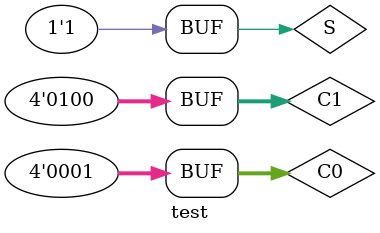
<source format=v>
module Mux_C (output reg [3:0] Out_C, input [3:0] IReg12_15, Ones, In_C3, IReg16_19, input [1:0] S_C);
    always @ (S_C)
    begin
        case (S_C)
        2'b00:  Out_C = IReg12_15;
        2'b01:  Out_C = Ones;
        2'b10:  Out_C = IReg16_19; 
        2'b11:  Out_C = In_C3;
        endcase
    end
endmodule

module test;
    reg [3:0] C0, C1;
    reg S;
    wire [3:0] Y;
    Mux_C multiplexer (Y, C0, C1, S);
    initial begin
        C0 = 4'b0001;
        C1 = 4'b0100;
        S = 1'b1;
    end
    initial begin
        $display (" S  Y ");
        $monitor (" %b %b ", S, Y);
    end
endmodule

</source>
